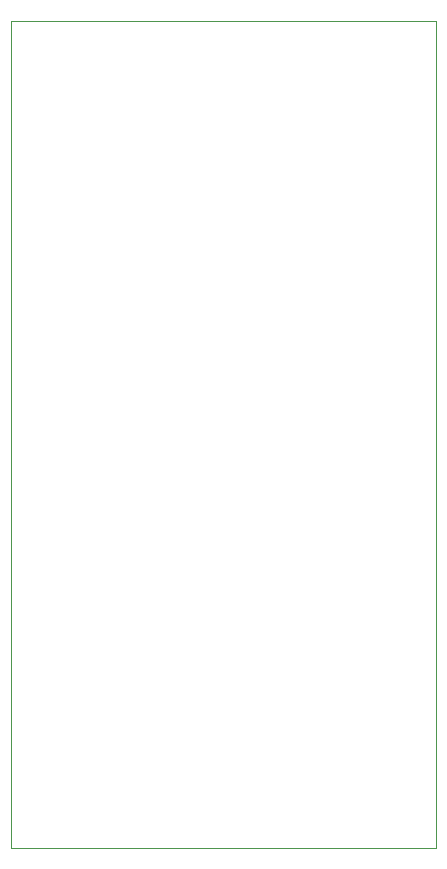
<source format=gbr>
%TF.GenerationSoftware,KiCad,Pcbnew,7.0.8-7.0.8~ubuntu20.04.1*%
%TF.CreationDate,2023-10-05T17:37:43+09:00*%
%TF.ProjectId,v0_2,76305f32-2e6b-4696-9361-645f70636258,rev?*%
%TF.SameCoordinates,Original*%
%TF.FileFunction,Profile,NP*%
%FSLAX46Y46*%
G04 Gerber Fmt 4.6, Leading zero omitted, Abs format (unit mm)*
G04 Created by KiCad (PCBNEW 7.0.8-7.0.8~ubuntu20.04.1) date 2023-10-05 17:37:43*
%MOMM*%
%LPD*%
G01*
G04 APERTURE LIST*
%TA.AperFunction,Profile*%
%ADD10C,0.050000*%
%TD*%
G04 APERTURE END LIST*
D10*
X-18000000Y35000000D02*
X18000000Y35000000D01*
X18000000Y-35000000D01*
X-18000000Y-35000000D01*
X-18000000Y35000000D01*
M02*

</source>
